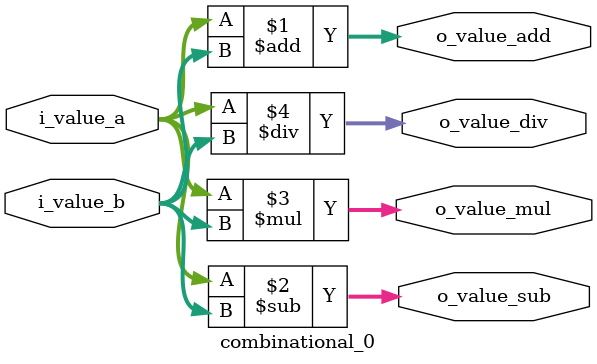
<source format=v>
`timescale 1ns / 1ps

module combinational_0(
    input	[7:0] i_value_a,
    input	[7:0] i_value_b,
    output	[7:0] o_value_add,
    output	[7:0] o_value_sub,
    output	[7:0] o_value_mul,
    output	[7:0] o_value_div	);

    assign o_value_add = i_value_a + i_value_b;
    assign o_value_sub = i_value_a - i_value_b;
    assign o_value_mul = i_value_a * i_value_b;
    assign o_value_div = i_value_a / i_value_b; // If need high freq, It is difficult synthesis

endmodule

</source>
